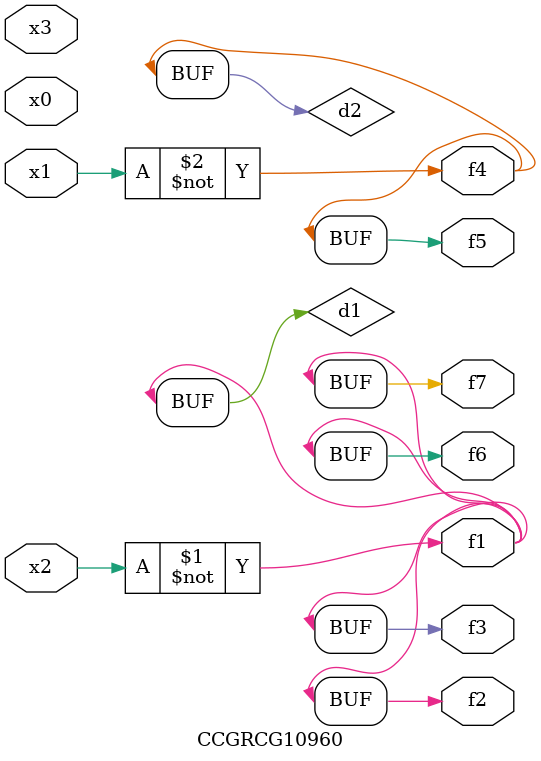
<source format=v>
module CCGRCG10960(
	input x0, x1, x2, x3,
	output f1, f2, f3, f4, f5, f6, f7
);

	wire d1, d2;

	xnor (d1, x2);
	not (d2, x1);
	assign f1 = d1;
	assign f2 = d1;
	assign f3 = d1;
	assign f4 = d2;
	assign f5 = d2;
	assign f6 = d1;
	assign f7 = d1;
endmodule

</source>
